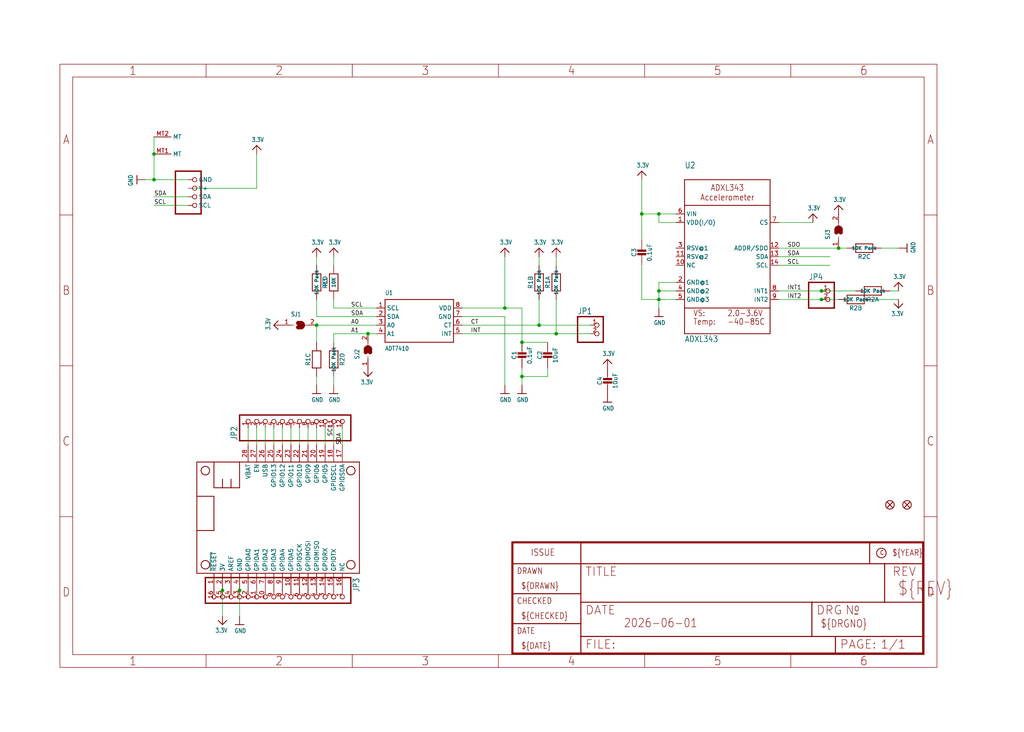
<source format=kicad_sch>
(kicad_sch (version 20230121) (generator eeschema)
  (paper "User" 303.962 217.322)
  (lib_symbols
    (symbol "working-eagle-import:3.3V" (power)
      (property "Value" "3.3V" (at -1.524 1.016 0))
      (symbol "3.3V_1_0"
        (polyline (pts (xy -1.27 -1.27) (xy 0 0)) (stroke (width 0.254)))
        (polyline (pts (xy 0 0) (xy 1.27 -1.27)) (stroke (width 0.254)))
        (pin power_in line (at 0 -2.54 90) (length 2.54) (name "3.3V") (number "1"))
      )
    )
    (symbol "working-eagle-import:ACCEL_ADXL343"
      (property "Reference" "U" (at -12.7 26.162 0))
      (symbol "ACCEL_ADXL343_1_0"
        (polyline (pts (xy -12.7 -22.86) (xy 12.7 -22.86)) (stroke (width 0.254)))
        (polyline (pts (xy -12.7 -15.24) (xy -12.7 -22.86)) (stroke (width 0.254)))
        (polyline (pts (xy -12.7 -15.24) (xy -12.7 15.24)) (stroke (width 0.254)))
        (polyline (pts (xy -12.7 15.24) (xy 12.7 15.24)) (stroke (width 0.254)))
        (polyline (pts (xy -12.7 22.86) (xy -12.7 15.24)) (stroke (width 0.254)))
        (polyline (pts (xy -12.7 22.86) (xy 12.7 22.86)) (stroke (width 0.254)))
        (polyline (pts (xy 12.7 -15.24) (xy -12.7 -15.24)) (stroke (width 0.254)))
        (polyline (pts (xy 12.7 -15.24) (xy 12.7 -22.86)) (stroke (width 0.254)))
        (polyline (pts (xy 12.7 15.24) (xy 12.7 -15.24)) (stroke (width 0.254)))
        (polyline (pts (xy 12.7 22.86) (xy 12.7 15.24)) (stroke (width 0.254)))
        (text "-40-85C" (at 0 -20.32 0) (effects (font (size 1.778 1.5113)) (justify left bottom)))
        (text "2.0-3.6V" (at 0 -17.78 0) (effects (font (size 1.778 1.5113)) (justify left bottom)))
        (text "ADXL343\nAccelerometer" (at 0 19.05 0) (effects (font (size 1.778 1.5113))))
        (text "Temp:" (at -10.16 -20.32 0) (effects (font (size 1.778 1.5113)) (justify left bottom)))
        (text "VS:" (at -10.16 -17.78 0) (effects (font (size 1.778 1.5113)) (justify left bottom)))
        (pin bidirectional line (at -15.24 10.16 0) (length 2.54) (name "VDD(I/O)") (number "1"))
        (pin bidirectional line (at -15.24 -2.54 0) (length 2.54) (name "NC") (number "10"))
        (pin bidirectional line (at -15.24 0 0) (length 2.54) (name "RSV@2") (number "11"))
        (pin bidirectional line (at 15.24 2.54 180) (length 2.54) (name "ADDR/SDO") (number "12"))
        (pin bidirectional line (at 15.24 0 180) (length 2.54) (name "SDA") (number "13"))
        (pin bidirectional line (at 15.24 -2.54 180) (length 2.54) (name "SCL") (number "14"))
        (pin bidirectional line (at -15.24 -7.62 0) (length 2.54) (name "GND@1") (number "2"))
        (pin bidirectional line (at -15.24 2.54 0) (length 2.54) (name "RSV@1") (number "3"))
        (pin bidirectional line (at -15.24 -10.16 0) (length 2.54) (name "GND@2") (number "4"))
        (pin bidirectional line (at -15.24 -12.7 0) (length 2.54) (name "GND@3") (number "5"))
        (pin bidirectional line (at -15.24 12.7 0) (length 2.54) (name "VIN") (number "6"))
        (pin bidirectional line (at 15.24 10.16 180) (length 2.54) (name "CS") (number "7"))
        (pin bidirectional line (at 15.24 -10.16 180) (length 2.54) (name "INT1") (number "8"))
        (pin bidirectional line (at 15.24 -12.7 180) (length 2.54) (name "INT2") (number "9"))
      )
    )
    (symbol "working-eagle-import:CAP_CERAMIC0603_NO"
      (property "Reference" "C" (at -2.29 1.25 90))
      (symbol "CAP_CERAMIC0603_NO_1_0"
        (rectangle (start -1.27 0.508) (end 1.27 1.016) (fill (type outline)))
        (rectangle (start -1.27 1.524) (end 1.27 2.032) (fill (type outline)))
        (polyline (pts (xy 0 0.762) (xy 0 0)) (stroke (width 0.1524)))
        (polyline (pts (xy 0 2.54) (xy 0 1.778)) (stroke (width 0.1524)))
        (pin passive line (at 0 5.08 270) (length 2.54) (name "1") (number "1"))
        (pin passive line (at 0 -2.54 90) (length 2.54) (name "2") (number "2"))
      )
    )
    (symbol "working-eagle-import:CAP_CERAMIC0805-NOOUTLINE"
      (property "Reference" "C" (at -2.29 1.25 90))
      (symbol "CAP_CERAMIC0805-NOOUTLINE_1_0"
        (rectangle (start -1.27 0.508) (end 1.27 1.016) (fill (type outline)))
        (rectangle (start -1.27 1.524) (end 1.27 2.032) (fill (type outline)))
        (polyline (pts (xy 0 0.762) (xy 0 0)) (stroke (width 0.1524)))
        (polyline (pts (xy 0 2.54) (xy 0 1.778)) (stroke (width 0.1524)))
        (pin passive line (at 0 5.08 270) (length 2.54) (name "1") (number "1"))
        (pin passive line (at 0 -2.54 90) (length 2.54) (name "2") (number "2"))
      )
    )
    (symbol "working-eagle-import:FEATHERWING_NODIM"
      (symbol "FEATHERWING_NODIM_1_0"
        (polyline (pts (xy 0 0) (xy 48.26 0)) (stroke (width 0.254)))
        (polyline (pts (xy 0 12.7) (xy 0 0)) (stroke (width 0.254)))
        (polyline (pts (xy 0 22.86) (xy 0 12.7)) (stroke (width 0.254)))
        (polyline (pts (xy 0 22.86) (xy 5.08 22.86)) (stroke (width 0.254)))
        (polyline (pts (xy 0 33.02) (xy 0 22.86)) (stroke (width 0.254)))
        (polyline (pts (xy 5.08 12.7) (xy 0 12.7)) (stroke (width 0.254)))
        (polyline (pts (xy 5.08 22.86) (xy 5.08 12.7)) (stroke (width 0.254)))
        (polyline (pts (xy 5.08 25.4) (xy 7.62 25.4)) (stroke (width 0.254)))
        (polyline (pts (xy 5.08 33.02) (xy 0 33.02)) (stroke (width 0.254)))
        (polyline (pts (xy 5.08 33.02) (xy 5.08 25.4)) (stroke (width 0.254)))
        (polyline (pts (xy 7.62 25.4) (xy 10.16 25.4)) (stroke (width 0.254)))
        (polyline (pts (xy 7.62 27.94) (xy 7.62 25.4)) (stroke (width 0.254)))
        (polyline (pts (xy 10.16 25.4) (xy 12.7 25.4)) (stroke (width 0.254)))
        (polyline (pts (xy 10.16 27.94) (xy 10.16 25.4)) (stroke (width 0.254)))
        (polyline (pts (xy 12.7 25.4) (xy 12.7 33.02)) (stroke (width 0.254)))
        (polyline (pts (xy 12.7 33.02) (xy 5.08 33.02)) (stroke (width 0.254)))
        (polyline (pts (xy 48.26 0) (xy 48.26 33.02)) (stroke (width 0.254)))
        (polyline (pts (xy 48.26 33.02) (xy 12.7 33.02)) (stroke (width 0.254)))
        (circle (center 2.54 2.54) (radius 1.27) (stroke (width 0.254)))
        (circle (center 2.54 30.48) (radius 1.27) (stroke (width 0.254)))
        (circle (center 45.72 2.54) (radius 1.27) (stroke (width 0.254)))
        (circle (center 45.72 30.48) (radius 1.27) (stroke (width 0.254)))
        (pin input line (at 5.08 -5.08 90) (length 5.08) (name "~{RESET}") (number "1"))
        (pin bidirectional line (at 27.94 -5.08 90) (length 5.08) (name "GPIOA5") (number "10"))
        (pin bidirectional line (at 30.48 -5.08 90) (length 5.08) (name "GPIOSCK") (number "11"))
        (pin bidirectional line (at 33.02 -5.08 90) (length 5.08) (name "GPIOMOSI") (number "12"))
        (pin bidirectional line (at 35.56 -5.08 90) (length 5.08) (name "GPIOMISO") (number "13"))
        (pin bidirectional line (at 38.1 -5.08 90) (length 5.08) (name "GPIORX") (number "14"))
        (pin bidirectional line (at 40.64 -5.08 90) (length 5.08) (name "GPIOTX") (number "15"))
        (pin passive line (at 43.18 -5.08 90) (length 5.08) (name "NC") (number "16"))
        (pin bidirectional line (at 43.18 38.1 270) (length 5.08) (name "GPIOSDA") (number "17"))
        (pin bidirectional line (at 40.64 38.1 270) (length 5.08) (name "GPIOSCL") (number "18"))
        (pin bidirectional line (at 38.1 38.1 270) (length 5.08) (name "GPIO5") (number "19"))
        (pin power_in line (at 7.62 -5.08 90) (length 5.08) (name "3V") (number "2"))
        (pin bidirectional line (at 35.56 38.1 270) (length 5.08) (name "GPIO6") (number "20"))
        (pin bidirectional line (at 33.02 38.1 270) (length 5.08) (name "GPIO9") (number "21"))
        (pin bidirectional line (at 30.48 38.1 270) (length 5.08) (name "GPIO10") (number "22"))
        (pin bidirectional line (at 27.94 38.1 270) (length 5.08) (name "GPIO11") (number "23"))
        (pin bidirectional line (at 25.4 38.1 270) (length 5.08) (name "GPIO12") (number "24"))
        (pin bidirectional line (at 22.86 38.1 270) (length 5.08) (name "GPIO13") (number "25"))
        (pin power_in line (at 20.32 38.1 270) (length 5.08) (name "USB") (number "26"))
        (pin passive line (at 17.78 38.1 270) (length 5.08) (name "EN") (number "27"))
        (pin power_in line (at 15.24 38.1 270) (length 5.08) (name "VBAT") (number "28"))
        (pin passive line (at 10.16 -5.08 90) (length 5.08) (name "AREF") (number "3"))
        (pin power_in line (at 12.7 -5.08 90) (length 5.08) (name "GND") (number "4"))
        (pin bidirectional line (at 15.24 -5.08 90) (length 5.08) (name "GPIOA0") (number "5"))
        (pin bidirectional line (at 17.78 -5.08 90) (length 5.08) (name "GPIOA1") (number "6"))
        (pin bidirectional line (at 20.32 -5.08 90) (length 5.08) (name "GPIOA2") (number "7"))
        (pin bidirectional line (at 22.86 -5.08 90) (length 5.08) (name "GPIOA3") (number "8"))
        (pin bidirectional line (at 25.4 -5.08 90) (length 5.08) (name "GPIOA4") (number "9"))
      )
    )
    (symbol "working-eagle-import:FIDUCIAL_1MM"
      (symbol "FIDUCIAL_1MM_1_0"
        (polyline (pts (xy -0.762 0.762) (xy 0.762 -0.762)) (stroke (width 0.254)))
        (polyline (pts (xy 0.762 0.762) (xy -0.762 -0.762)) (stroke (width 0.254)))
        (circle (center 0 0) (radius 1.27) (stroke (width 0.254)))
      )
    )
    (symbol "working-eagle-import:FRAME_A4"
      (symbol "FRAME_A4_1_0"
        (polyline (pts (xy 0 44.7675) (xy 3.81 44.7675)))
        (polyline (pts (xy 0 89.535) (xy 3.81 89.535)))
        (polyline (pts (xy 0 134.3025) (xy 3.81 134.3025)))
        (polyline (pts (xy 3.81 3.81) (xy 3.81 175.26)))
        (polyline (pts (xy 43.3917 0) (xy 43.3917 3.81)))
        (polyline (pts (xy 43.3917 175.26) (xy 43.3917 179.07)))
        (polyline (pts (xy 86.7833 0) (xy 86.7833 3.81)))
        (polyline (pts (xy 86.7833 175.26) (xy 86.7833 179.07)))
        (polyline (pts (xy 130.175 0) (xy 130.175 3.81)))
        (polyline (pts (xy 130.175 175.26) (xy 130.175 179.07)))
        (polyline (pts (xy 173.5667 0) (xy 173.5667 3.81)))
        (polyline (pts (xy 173.5667 175.26) (xy 173.5667 179.07)))
        (polyline (pts (xy 216.9583 0) (xy 216.9583 3.81)))
        (polyline (pts (xy 216.9583 175.26) (xy 216.9583 179.07)))
        (polyline (pts (xy 256.54 3.81) (xy 3.81 3.81)))
        (polyline (pts (xy 256.54 3.81) (xy 256.54 8.89)) (stroke (width 0.1016)))
        (polyline (pts (xy 256.54 3.81) (xy 256.54 175.26)))
        (polyline (pts (xy 256.54 8.89) (xy 256.54 13.97)) (stroke (width 0.1016)))
        (polyline (pts (xy 256.54 13.97) (xy 256.54 19.05)) (stroke (width 0.1016)))
        (polyline (pts (xy 256.54 19.05) (xy 256.54 36.83)) (stroke (width 0.1016)))
        (polyline (pts (xy 256.54 44.7675) (xy 260.35 44.7675)))
        (polyline (pts (xy 256.54 89.535) (xy 260.35 89.535)))
        (polyline (pts (xy 256.54 134.3025) (xy 260.35 134.3025)))
        (polyline (pts (xy 256.54 175.26) (xy 3.81 175.26)))
        (polyline (pts (xy 0 0) (xy 260.35 0) (xy 260.35 179.07) (xy 0 179.07) (xy 0 0)))
        (text "1" (at 21.6958 1.905 0) (effects (font (size 2.54 2.286))))
        (text "1" (at 21.6958 177.165 0) (effects (font (size 2.54 2.286))))
        (text "2" (at 65.0875 1.905 0) (effects (font (size 2.54 2.286))))
        (text "2" (at 65.0875 177.165 0) (effects (font (size 2.54 2.286))))
        (text "3" (at 108.4792 1.905 0) (effects (font (size 2.54 2.286))))
        (text "3" (at 108.4792 177.165 0) (effects (font (size 2.54 2.286))))
        (text "4" (at 151.8708 1.905 0) (effects (font (size 2.54 2.286))))
        (text "4" (at 151.8708 177.165 0) (effects (font (size 2.54 2.286))))
        (text "5" (at 195.2625 1.905 0) (effects (font (size 2.54 2.286))))
        (text "5" (at 195.2625 177.165 0) (effects (font (size 2.54 2.286))))
        (text "6" (at 238.6542 1.905 0) (effects (font (size 2.54 2.286))))
        (text "6" (at 238.6542 177.165 0) (effects (font (size 2.54 2.286))))
        (text "A" (at 1.905 156.6863 0) (effects (font (size 2.54 2.286))))
        (text "A" (at 258.445 156.6863 0) (effects (font (size 2.54 2.286))))
        (text "B" (at 1.905 111.9188 0) (effects (font (size 2.54 2.286))))
        (text "B" (at 258.445 111.9188 0) (effects (font (size 2.54 2.286))))
        (text "C" (at 1.905 67.1513 0) (effects (font (size 2.54 2.286))))
        (text "C" (at 258.445 67.1513 0) (effects (font (size 2.54 2.286))))
        (text "D" (at 1.905 22.3838 0) (effects (font (size 2.54 2.286))))
        (text "D" (at 258.445 22.3838 0) (effects (font (size 2.54 2.286))))
      )
      (symbol "FRAME_A4_2_0"
        (polyline (pts (xy -0.3048 1.5748) (xy 20.0152 1.5748)) (stroke (width 0.6096)))
        (polyline (pts (xy -0.3048 10.4648) (xy -0.3048 1.5748)) (stroke (width 0.6096)))
        (polyline (pts (xy -0.3048 10.4648) (xy 20.0152 10.4648)) (stroke (width 0.3048)))
        (polyline (pts (xy -0.3048 19.3548) (xy -0.3048 10.4648)) (stroke (width 0.6096)))
        (polyline (pts (xy -0.3048 19.3548) (xy 20.0152 19.3548)) (stroke (width 0.3048)))
        (polyline (pts (xy -0.3048 28.2448) (xy -0.3048 19.3548)) (stroke (width 0.6096)))
        (polyline (pts (xy -0.3048 28.2448) (xy 20.0152 28.2448)) (stroke (width 0.3048)))
        (polyline (pts (xy -0.3048 34.5948) (xy -0.3048 28.2448)) (stroke (width 0.6096)))
        (polyline (pts (xy 20.0152 1.5748) (xy 20.0152 6.6548)) (stroke (width 0.3048)))
        (polyline (pts (xy 20.0152 1.5748) (xy 95.5802 1.5748)) (stroke (width 0.6096)))
        (polyline (pts (xy 20.0152 6.6548) (xy 20.0152 10.4648)) (stroke (width 0.3048)))
        (polyline (pts (xy 20.0152 6.6548) (xy 88.5952 6.6548)) (stroke (width 0.3048)))
        (polyline (pts (xy 20.0152 10.4648) (xy 20.0152 16.8148)) (stroke (width 0.3048)))
        (polyline (pts (xy 20.0152 16.8148) (xy 20.0152 19.3548)) (stroke (width 0.3048)))
        (polyline (pts (xy 20.0152 19.3548) (xy 20.0152 28.2448)) (stroke (width 0.3048)))
        (polyline (pts (xy 20.0152 28.2448) (xy 20.0152 34.5948)) (stroke (width 0.3048)))
        (polyline (pts (xy 20.0152 28.2448) (xy 105.7402 28.2448)) (stroke (width 0.3048)))
        (polyline (pts (xy 20.0152 34.5948) (xy -0.3048 34.5948)) (stroke (width 0.6096)))
        (polyline (pts (xy 88.5952 6.6548) (xy 95.5802 6.6548)) (stroke (width 0.3048)))
        (polyline (pts (xy 88.5952 16.8148) (xy 20.0152 16.8148)) (stroke (width 0.3048)))
        (polyline (pts (xy 88.5952 16.8148) (xy 88.5952 6.6548)) (stroke (width 0.3048)))
        (polyline (pts (xy 95.5802 1.5748) (xy 121.6152 1.5748)) (stroke (width 0.6096)))
        (polyline (pts (xy 95.5802 6.6548) (xy 95.5802 1.5748)) (stroke (width 0.3048)))
        (polyline (pts (xy 95.5802 6.6548) (xy 121.6152 6.6548)) (stroke (width 0.3048)))
        (polyline (pts (xy 101.2952 13.3223) (xy 102.2477 13.3223)) (stroke (width 0.254)))
        (polyline (pts (xy 105.7402 28.2448) (xy 105.7402 34.5948)) (stroke (width 0.3048)))
        (polyline (pts (xy 105.7402 28.2448) (xy 110.1852 28.2448)) (stroke (width 0.3048)))
        (polyline (pts (xy 105.7402 34.5948) (xy 20.0152 34.5948)) (stroke (width 0.6096)))
        (polyline (pts (xy 110.1852 16.8148) (xy 88.5952 16.8148)) (stroke (width 0.3048)))
        (polyline (pts (xy 110.1852 28.2448) (xy 110.1852 16.8148)) (stroke (width 0.3048)))
        (polyline (pts (xy 110.1852 28.2448) (xy 121.6152 28.2448)) (stroke (width 0.3048)))
        (polyline (pts (xy 121.6152 6.6548) (xy 121.6152 1.5748)) (stroke (width 0.6096)))
        (polyline (pts (xy 121.6152 16.8148) (xy 110.1852 16.8148)) (stroke (width 0.3048)))
        (polyline (pts (xy 121.6152 16.8148) (xy 121.6152 6.6548)) (stroke (width 0.6096)))
        (polyline (pts (xy 121.6152 28.2448) (xy 121.6152 16.8148)) (stroke (width 0.6096)))
        (polyline (pts (xy 121.6152 34.5948) (xy 105.7402 34.5948)) (stroke (width 0.6096)))
        (polyline (pts (xy 121.6152 34.5948) (xy 121.6152 28.2448)) (stroke (width 0.6096)))
        (circle (center 109.2327 31.4198) (radius 1.4199) (stroke (width 0.254)))
        (text "${#}/${##}" (at 108.9152 2.8448 0) (effects (font (size 2.54 2.54)) (justify left bottom)))
        (text "${CHECKED}" (at 2.2352 11.7348 0) (effects (font (size 1.778 1.5113)) (justify left bottom)))
        (text "${COMPANY}" (at 23.349 29.6735 0) (effects (font (size 3.175 2.6987) (thickness 0.5397) bold) (justify left bottom)))
        (text "${CURRENT_DATE}" (at 32.7152 9.1948 0) (effects (font (size 2.54 2.159)) (justify left bottom)))
        (text "${DATE}" (at 2.2352 2.8448 0) (effects (font (size 1.778 1.5113)) (justify left bottom)))
        (text "${DRAWN}" (at 2.2352 20.6248 0) (effects (font (size 1.778 1.5113)) (justify left bottom)))
        (text "${DRGNO}" (at 91.1352 9.1948 0) (effects (font (size 2.1844 1.8567)) (justify left bottom)))
        (text "${PROJECTNAME}" (at 33.0327 2.8448 0) (effects (font (size 2.54 2.159)) (justify left bottom)))
        (text "${REV}" (at 113.9952 18.7198 0) (effects (font (size 3.81 3.2385)) (justify left bottom)))
        (text "${YEAR}" (at 112.4077 30.4673 0) (effects (font (size 1.778 1.5113)) (justify left bottom)))
        (text "C" (at 108.7564 30.7848 0) (effects (font (size 1.27 1.0795)) (justify left bottom)))
        (text "CHECKED" (at 0.9652 16.1798 0) (effects (font (size 1.778 1.5113)) (justify left bottom)))
        (text "DATE" (at 0.9652 7.2898 0) (effects (font (size 1.778 1.5113)) (justify left bottom)))
        (text "DATE" (at 21.2852 13.0048 0) (effects (font (size 2.54 2.54)) (justify left bottom)))
        (text "DRAWN" (at 0.9652 25.0698 0) (effects (font (size 1.778 1.5113)) (justify left bottom)))
        (text "DRG" (at 89.8652 13.0048 0) (effects (font (size 2.54 2.54)) (justify left bottom)))
        (text "FILE:" (at 21.2852 2.8448 0) (effects (font (size 2.54 2.54)) (justify left bottom)))
        (text "ISSUE" (at 5.0927 30.4673 0) (effects (font (size 1.9304 1.6408)) (justify left bottom)))
        (text "N" (at 98.4377 13.0048 0) (effects (font (size 2.54 2.54)) (justify left bottom)))
        (text "o" (at 100.9777 13.9573 0) (effects (font (size 2.1844 1.8567)) (justify left bottom)))
        (text "PAGE:" (at 96.8502 2.8448 0) (effects (font (size 2.54 2.54)) (justify left bottom)))
        (text "REV" (at 112.4077 24.4348 0) (effects (font (size 2.54 2.54)) (justify left bottom)))
        (text "TITLE" (at 21.2852 24.4348 0) (effects (font (size 2.54 2.54)) (justify left bottom)))
      )
    )
    (symbol "working-eagle-import:GND" (power)
      (property "Value" "GND" (at -1.524 -2.54 0))
      (symbol "GND_1_0"
        (polyline (pts (xy -1.27 0) (xy 1.27 0)) (stroke (width 0.254)))
        (pin power_in line (at 0 2.54 270) (length 2.54) (name "GND") (number "1"))
      )
    )
    (symbol "working-eagle-import:HEADER-1X1276MIL"
      (property "Reference" "JP" (at -6.35 18.415 0))
      (symbol "HEADER-1X1276MIL_1_0"
        (polyline (pts (xy -6.35 -15.24) (xy 1.27 -15.24)) (stroke (width 0.4064)))
        (polyline (pts (xy -6.35 17.78) (xy -6.35 -15.24)) (stroke (width 0.4064)))
        (polyline (pts (xy 1.27 -15.24) (xy 1.27 17.78)) (stroke (width 0.4064)))
        (polyline (pts (xy 1.27 17.78) (xy -6.35 17.78)) (stroke (width 0.4064)))
        (pin passive inverted (at -2.54 15.24 0) (length 2.54) (name "1") (number "1"))
        (pin passive inverted (at -2.54 -7.62 0) (length 2.54) (name "10") (number "10"))
        (pin passive inverted (at -2.54 -10.16 0) (length 2.54) (name "11") (number "11"))
        (pin passive inverted (at -2.54 -12.7 0) (length 2.54) (name "12") (number "12"))
        (pin passive inverted (at -2.54 12.7 0) (length 2.54) (name "2") (number "2"))
        (pin passive inverted (at -2.54 10.16 0) (length 2.54) (name "3") (number "3"))
        (pin passive inverted (at -2.54 7.62 0) (length 2.54) (name "4") (number "4"))
        (pin passive inverted (at -2.54 5.08 0) (length 2.54) (name "5") (number "5"))
        (pin passive inverted (at -2.54 2.54 0) (length 2.54) (name "6") (number "6"))
        (pin passive inverted (at -2.54 0 0) (length 2.54) (name "7") (number "7"))
        (pin passive inverted (at -2.54 -2.54 0) (length 2.54) (name "8") (number "8"))
        (pin passive inverted (at -2.54 -5.08 0) (length 2.54) (name "9") (number "9"))
      )
    )
    (symbol "working-eagle-import:HEADER-1X16_76MIL"
      (property "Reference" "JP" (at -6.35 20.955 0))
      (symbol "HEADER-1X16_76MIL_1_0"
        (polyline (pts (xy -6.35 -22.86) (xy 1.27 -22.86)) (stroke (width 0.4064)))
        (polyline (pts (xy -6.35 20.32) (xy -6.35 -22.86)) (stroke (width 0.4064)))
        (polyline (pts (xy 1.27 -22.86) (xy 1.27 20.32)) (stroke (width 0.4064)))
        (polyline (pts (xy 1.27 20.32) (xy -6.35 20.32)) (stroke (width 0.4064)))
        (pin passive inverted (at -2.54 17.78 0) (length 2.54) (name "1") (number "1"))
        (pin passive inverted (at -2.54 -5.08 0) (length 2.54) (name "10") (number "10"))
        (pin passive inverted (at -2.54 -7.62 0) (length 2.54) (name "11") (number "11"))
        (pin passive inverted (at -2.54 -10.16 0) (length 2.54) (name "12") (number "12"))
        (pin passive inverted (at -2.54 -12.7 0) (length 2.54) (name "13") (number "13"))
        (pin passive inverted (at -2.54 -15.24 0) (length 2.54) (name "14") (number "14"))
        (pin passive inverted (at -2.54 -17.78 0) (length 2.54) (name "15") (number "15"))
        (pin passive inverted (at -2.54 -20.32 0) (length 2.54) (name "16") (number "16"))
        (pin passive inverted (at -2.54 15.24 0) (length 2.54) (name "2") (number "2"))
        (pin passive inverted (at -2.54 12.7 0) (length 2.54) (name "3") (number "3"))
        (pin passive inverted (at -2.54 10.16 0) (length 2.54) (name "4") (number "4"))
        (pin passive inverted (at -2.54 7.62 0) (length 2.54) (name "5") (number "5"))
        (pin passive inverted (at -2.54 5.08 0) (length 2.54) (name "6") (number "6"))
        (pin passive inverted (at -2.54 2.54 0) (length 2.54) (name "7") (number "7"))
        (pin passive inverted (at -2.54 0 0) (length 2.54) (name "8") (number "8"))
        (pin passive inverted (at -2.54 -2.54 0) (length 2.54) (name "9") (number "9"))
      )
    )
    (symbol "working-eagle-import:HEADER-1X2ROUND"
      (property "Reference" "JP" (at -6.35 5.715 0))
      (symbol "HEADER-1X2ROUND_1_0"
        (polyline (pts (xy -6.35 -2.54) (xy 1.27 -2.54)) (stroke (width 0.4064)))
        (polyline (pts (xy -6.35 5.08) (xy -6.35 -2.54)) (stroke (width 0.4064)))
        (polyline (pts (xy 1.27 -2.54) (xy 1.27 5.08)) (stroke (width 0.4064)))
        (polyline (pts (xy 1.27 5.08) (xy -6.35 5.08)) (stroke (width 0.4064)))
        (pin passive inverted (at -2.54 2.54 0) (length 2.54) (name "1") (number "1"))
        (pin passive inverted (at -2.54 0 0) (length 2.54) (name "2") (number "2"))
      )
    )
    (symbol "working-eagle-import:RESISTOR_0603_NOOUT"
      (property "Reference" "R" (at 0 2.54 0))
      (symbol "RESISTOR_0603_NOOUT_1_0"
        (polyline (pts (xy -2.54 -1.27) (xy -2.54 1.27)) (stroke (width 0.254)))
        (polyline (pts (xy -2.54 1.27) (xy 2.54 1.27)) (stroke (width 0.254)))
        (polyline (pts (xy 2.54 -1.27) (xy -2.54 -1.27)) (stroke (width 0.254)))
        (polyline (pts (xy 2.54 1.27) (xy 2.54 -1.27)) (stroke (width 0.254)))
        (pin passive line (at -5.08 0 0) (length 2.54) (name "1") (number "1"))
        (pin passive line (at 5.08 0 180) (length 2.54) (name "2") (number "2"))
      )
    )
    (symbol "working-eagle-import:RESISTOR_4PACK"
      (property "Reference" "R" (at 0 2.54 0))
      (symbol "RESISTOR_4PACK_1_0"
        (polyline (pts (xy -2.54 -1.27) (xy -2.54 1.27)) (stroke (width 0.254)))
        (polyline (pts (xy -2.54 1.27) (xy 2.54 1.27)) (stroke (width 0.254)))
        (polyline (pts (xy 2.54 -1.27) (xy -2.54 -1.27)) (stroke (width 0.254)))
        (polyline (pts (xy 2.54 1.27) (xy 2.54 -1.27)) (stroke (width 0.254)))
        (pin passive line (at -5.08 0 0) (length 2.54) (name "1") (number "1"))
        (pin passive line (at 5.08 0 180) (length 2.54) (name "2") (number "8"))
      )
      (symbol "RESISTOR_4PACK_2_0"
        (polyline (pts (xy -2.54 -1.27) (xy -2.54 1.27)) (stroke (width 0.254)))
        (polyline (pts (xy -2.54 1.27) (xy 2.54 1.27)) (stroke (width 0.254)))
        (polyline (pts (xy 2.54 -1.27) (xy -2.54 -1.27)) (stroke (width 0.254)))
        (polyline (pts (xy 2.54 1.27) (xy 2.54 -1.27)) (stroke (width 0.254)))
        (pin passive line (at -5.08 0 0) (length 2.54) (name "1") (number "2"))
        (pin passive line (at 5.08 0 180) (length 2.54) (name "2") (number "7"))
      )
      (symbol "RESISTOR_4PACK_3_0"
        (polyline (pts (xy -2.54 -1.27) (xy -2.54 1.27)) (stroke (width 0.254)))
        (polyline (pts (xy -2.54 1.27) (xy 2.54 1.27)) (stroke (width 0.254)))
        (polyline (pts (xy 2.54 -1.27) (xy -2.54 -1.27)) (stroke (width 0.254)))
        (polyline (pts (xy 2.54 1.27) (xy 2.54 -1.27)) (stroke (width 0.254)))
        (pin passive line (at -5.08 0 0) (length 2.54) (name "1") (number "3"))
        (pin passive line (at 5.08 0 180) (length 2.54) (name "2") (number "6"))
      )
      (symbol "RESISTOR_4PACK_4_0"
        (polyline (pts (xy -2.54 -1.27) (xy -2.54 1.27)) (stroke (width 0.254)))
        (polyline (pts (xy -2.54 1.27) (xy 2.54 1.27)) (stroke (width 0.254)))
        (polyline (pts (xy 2.54 -1.27) (xy -2.54 -1.27)) (stroke (width 0.254)))
        (polyline (pts (xy 2.54 1.27) (xy 2.54 -1.27)) (stroke (width 0.254)))
        (pin passive line (at -5.08 0 0) (length 2.54) (name "1") (number "4"))
        (pin passive line (at 5.08 0 180) (length 2.54) (name "2") (number "5"))
      )
    )
    (symbol "working-eagle-import:SOLDERJUMPER"
      (property "Reference" "SJ" (at -2.54 2.54 0))
      (symbol "SOLDERJUMPER_1_0"
        (arc (start -0.381 -0.635) (mid 0.2541 -0.0001) (end -0.3808 0.635) (stroke (width 1.27)))
        (polyline (pts (xy -2.54 0) (xy -1.651 0)) (stroke (width 0.1524)))
        (polyline (pts (xy 2.54 0) (xy 1.651 0)) (stroke (width 0.1524)))
        (arc (start 0.3808 -0.635) (mid 1.0132 -0.0001) (end 0.381 0.635) (stroke (width 1.27)))
        (pin passive line (at -5.08 0 0) (length 2.54) (name "1") (number "1"))
        (pin passive line (at 5.08 0 180) (length 2.54) (name "2") (number "2"))
      )
    )
    (symbol "working-eagle-import:STEMMA_I2C_QT"
      (symbol "STEMMA_I2C_QT_1_0"
        (polyline (pts (xy -3.81 -5.08) (xy 3.81 -5.08)) (stroke (width 0.4064)))
        (polyline (pts (xy -3.81 7.62) (xy -3.81 -5.08)) (stroke (width 0.4064)))
        (polyline (pts (xy 3.81 -5.08) (xy 3.81 7.62)) (stroke (width 0.4064)))
        (polyline (pts (xy 3.81 7.62) (xy -3.81 7.62)) (stroke (width 0.4064)))
        (pin passive inverted (at 0 5.08 0) (length 2.54) (name "GND") (number "1"))
        (pin passive inverted (at 0 2.54 0) (length 2.54) (name "V+") (number "2"))
        (pin passive inverted (at 0 0 0) (length 2.54) (name "SDA") (number "3"))
        (pin passive inverted (at 0 -2.54 0) (length 2.54) (name "SCL") (number "4"))
      )
      (symbol "STEMMA_I2C_QT_2_0"
        (pin bidirectional line (at 0 0 0) (length 5.08) (name "MT") (number "MT1"))
      )
      (symbol "STEMMA_I2C_QT_3_0"
        (pin bidirectional line (at 0 0 0) (length 5.08) (name "MT") (number "MT2"))
      )
    )
    (symbol "working-eagle-import:TEMP_ADT7410"
      (property "Reference" "U" (at -10.16 8.89 0))
      (symbol "TEMP_ADT7410_1_0"
        (polyline (pts (xy -10.16 -5.08) (xy -10.16 7.62)) (stroke (width 0.254)))
        (polyline (pts (xy -10.16 7.62) (xy 10.16 7.62)) (stroke (width 0.254)))
        (polyline (pts (xy 10.16 -5.08) (xy -10.16 -5.08)) (stroke (width 0.254)))
        (polyline (pts (xy 10.16 7.62) (xy 10.16 -5.08)) (stroke (width 0.254)))
        (pin bidirectional line (at -12.7 5.08 0) (length 2.54) (name "SCL") (number "1"))
        (pin bidirectional line (at -12.7 2.54 0) (length 2.54) (name "SDA") (number "2"))
        (pin bidirectional line (at -12.7 0 0) (length 2.54) (name "A0") (number "3"))
        (pin bidirectional line (at -12.7 -2.54 0) (length 2.54) (name "A1") (number "4"))
        (pin bidirectional line (at 12.7 -2.54 180) (length 2.54) (name "INT") (number "5"))
        (pin bidirectional line (at 12.7 0 180) (length 2.54) (name "CT") (number "6"))
        (pin power_in line (at 12.7 2.54 180) (length 2.54) (name "GND") (number "7"))
        (pin power_in line (at 12.7 5.08 180) (length 2.54) (name "VDD") (number "8"))
      )
    )
  )
  (junction (at 109.22 99.06))
  (junction (at 93.98 96.52))
  (junction (at 71.12 175.26))
  (junction (at 195.58 86.36))
  (junction (at 195.58 88.9))
  (junction (at 154.94 111.76))
  (junction (at 45.72 45.72))
  (junction (at 45.72 53.34))
  (junction (at 195.58 63.5))
  (junction (at 248.92 73.66))
  (junction (at 165.1 99.06))
  (junction (at 66.04 175.26))
  (junction (at 160.02 96.52))
  (junction (at 149.86 91.44))
  (junction (at 243.84 86.36))
  (junction (at 154.94 101.6))
  (junction (at 190.5 63.5))
  (junction (at 243.84 88.9))
  (wire (pts (xy 45.72 45.72) (xy 45.72 40.64)) (stroke (width 0.1524)))
  (wire (pts (xy 266.7 86.36) (xy 264.16 86.36)) (stroke (width 0.1524)))
  (wire (pts (xy 231.14 88.9) (xy 243.84 88.9)) (stroke (width 0.1524)))
  (wire (pts (xy 109.22 99.06) (xy 99.06 99.06)) (stroke (width 0.1524)))
  (wire (pts (xy 200.66 86.36) (xy 195.58 86.36)) (stroke (width 0.1524)))
  (wire (pts (xy 55.88 55.88) (xy 76.2 55.88)) (stroke (width 0.1524)))
  (wire (pts (xy 55.88 58.42) (xy 45.72 58.42)) (stroke (width 0.1524)))
  (wire (pts (xy 261.62 73.66) (xy 266.7 73.66)) (stroke (width 0.1524)))
  (wire (pts (xy 45.72 53.34) (xy 45.72 45.72)) (stroke (width 0.1524)))
  (wire (pts (xy 43.18 53.34) (xy 45.72 53.34)) (stroke (width 0.1524)))
  (wire (pts (xy 45.72 60.96) (xy 55.88 60.96)) (stroke (width 0.1524)))
  (wire (pts (xy 111.76 99.06) (xy 109.22 99.06)) (stroke (width 0.1524)))
  (wire (pts (xy 243.84 86.36) (xy 254 86.36)) (stroke (width 0.1524)))
  (wire (pts (xy 160.02 78.74) (xy 160.02 76.2)) (stroke (width 0.1524)))
  (wire (pts (xy 243.84 88.9) (xy 248.92 88.9)) (stroke (width 0.1524)))
  (wire (pts (xy 66.04 182.88) (xy 66.04 175.26)) (stroke (width 0.1524)))
  (wire (pts (xy 83.82 127) (xy 83.82 132.08)) (stroke (width 0.1524)))
  (wire (pts (xy 162.56 101.6) (xy 154.94 101.6)) (stroke (width 0.1524)))
  (wire (pts (xy 149.86 91.44) (xy 154.94 91.44)) (stroke (width 0.1524)))
  (wire (pts (xy 160.02 96.52) (xy 160.02 88.9)) (stroke (width 0.1524)))
  (wire (pts (xy 111.76 91.44) (xy 99.06 91.44)) (stroke (width 0.1524)))
  (wire (pts (xy 175.26 96.52) (xy 160.02 96.52)) (stroke (width 0.1524)))
  (wire (pts (xy 76.2 127) (xy 76.2 132.08)) (stroke (width 0.1524)))
  (wire (pts (xy 195.58 66.04) (xy 195.58 63.5)) (stroke (width 0.1524)))
  (wire (pts (xy 111.76 93.98) (xy 93.98 93.98)) (stroke (width 0.1524)))
  (wire (pts (xy 93.98 78.74) (xy 93.98 76.2)) (stroke (width 0.1524)))
  (wire (pts (xy 154.94 109.22) (xy 154.94 111.76)) (stroke (width 0.1524)))
  (wire (pts (xy 195.58 83.82) (xy 195.58 86.36)) (stroke (width 0.1524)))
  (wire (pts (xy 154.94 111.76) (xy 162.56 111.76)) (stroke (width 0.1524)))
  (wire (pts (xy 111.76 96.52) (xy 93.98 96.52)) (stroke (width 0.1524)))
  (wire (pts (xy 76.2 55.88) (xy 76.2 45.72)) (stroke (width 0.1524)))
  (wire (pts (xy 73.66 127) (xy 73.66 132.08)) (stroke (width 0.1524)))
  (wire (pts (xy 55.88 53.34) (xy 45.72 53.34)) (stroke (width 0.1524)))
  (wire (pts (xy 93.98 111.76) (xy 93.98 114.3)) (stroke (width 0.1524)))
  (wire (pts (xy 91.44 127) (xy 91.44 132.08)) (stroke (width 0.1524)))
  (wire (pts (xy 231.14 86.36) (xy 243.84 86.36)) (stroke (width 0.1524)))
  (wire (pts (xy 195.58 63.5) (xy 200.66 63.5)) (stroke (width 0.1524)))
  (wire (pts (xy 195.58 86.36) (xy 195.58 88.9)) (stroke (width 0.1524)))
  (wire (pts (xy 96.52 127) (xy 96.52 132.08)) (stroke (width 0.1524)))
  (wire (pts (xy 149.86 93.98) (xy 149.86 114.3)) (stroke (width 0.1524)))
  (wire (pts (xy 190.5 88.9) (xy 190.5 78.74)) (stroke (width 0.1524)))
  (wire (pts (xy 241.3 66.04) (xy 231.14 66.04)) (stroke (width 0.1524)))
  (wire (pts (xy 165.1 99.06) (xy 165.1 88.9)) (stroke (width 0.1524)))
  (wire (pts (xy 200.66 88.9) (xy 195.58 88.9)) (stroke (width 0.1524)))
  (wire (pts (xy 86.36 127) (xy 86.36 132.08)) (stroke (width 0.1524)))
  (wire (pts (xy 137.16 99.06) (xy 165.1 99.06)) (stroke (width 0.1524)))
  (wire (pts (xy 93.98 127) (xy 93.98 132.08)) (stroke (width 0.1524)))
  (wire (pts (xy 93.98 93.98) (xy 93.98 88.9)) (stroke (width 0.1524)))
  (wire (pts (xy 190.5 71.12) (xy 190.5 63.5)) (stroke (width 0.1524)))
  (wire (pts (xy 81.28 127) (xy 81.28 132.08)) (stroke (width 0.1524)))
  (wire (pts (xy 99.06 99.06) (xy 99.06 101.6)) (stroke (width 0.1524)))
  (wire (pts (xy 137.16 91.44) (xy 149.86 91.44)) (stroke (width 0.1524)))
  (wire (pts (xy 88.9 127) (xy 88.9 132.08)) (stroke (width 0.1524)))
  (wire (pts (xy 78.74 127) (xy 78.74 132.08)) (stroke (width 0.1524)))
  (wire (pts (xy 266.7 88.9) (xy 259.08 88.9)) (stroke (width 0.1524)))
  (wire (pts (xy 101.6 127) (xy 101.6 132.08)) (stroke (width 0.1524)))
  (wire (pts (xy 165.1 76.2) (xy 165.1 78.74)) (stroke (width 0.1524)))
  (wire (pts (xy 149.86 91.44) (xy 149.86 76.2)) (stroke (width 0.1524)))
  (wire (pts (xy 137.16 93.98) (xy 149.86 93.98)) (stroke (width 0.1524)))
  (wire (pts (xy 231.14 73.66) (xy 248.92 73.66)) (stroke (width 0.1524)))
  (wire (pts (xy 71.12 175.26) (xy 71.12 182.88)) (stroke (width 0.1524)))
  (wire (pts (xy 231.14 78.74) (xy 246.38 78.74)) (stroke (width 0.1524)))
  (wire (pts (xy 99.06 127) (xy 99.06 132.08)) (stroke (width 0.1524)))
  (wire (pts (xy 195.58 88.9) (xy 190.5 88.9)) (stroke (width 0.1524)))
  (wire (pts (xy 99.06 111.76) (xy 99.06 114.3)) (stroke (width 0.1524)))
  (wire (pts (xy 231.14 76.2) (xy 246.38 76.2)) (stroke (width 0.1524)))
  (wire (pts (xy 190.5 63.5) (xy 190.5 53.34)) (stroke (width 0.1524)))
  (wire (pts (xy 93.98 96.52) (xy 93.98 101.6)) (stroke (width 0.1524)))
  (wire (pts (xy 162.56 111.76) (xy 162.56 109.22)) (stroke (width 0.1524)))
  (wire (pts (xy 200.66 83.82) (xy 195.58 83.82)) (stroke (width 0.1524)))
  (wire (pts (xy 99.06 78.74) (xy 99.06 76.2)) (stroke (width 0.1524)))
  (wire (pts (xy 154.94 111.76) (xy 154.94 114.3)) (stroke (width 0.1524)))
  (wire (pts (xy 99.06 91.44) (xy 99.06 88.9)) (stroke (width 0.1524)))
  (wire (pts (xy 195.58 88.9) (xy 195.58 91.44)) (stroke (width 0.1524)))
  (wire (pts (xy 154.94 91.44) (xy 154.94 101.6)) (stroke (width 0.1524)))
  (wire (pts (xy 165.1 99.06) (xy 175.26 99.06)) (stroke (width 0.1524)))
  (wire (pts (xy 137.16 96.52) (xy 160.02 96.52)) (stroke (width 0.1524)))
  (wire (pts (xy 190.5 63.5) (xy 195.58 63.5)) (stroke (width 0.1524)))
  (wire (pts (xy 248.92 73.66) (xy 251.46 73.66)) (stroke (width 0.1524)))
  (wire (pts (xy 200.66 66.04) (xy 195.58 66.04)) (stroke (width 0.1524)))
  (label "SDA" (at 101.6 132.08 90) (effects (font (size 1.2446 1.2446))))
  (label "SDA" (at 233.68 76.2 0) (effects (font (size 1.2446 1.2446))))
  (label "INT" (at 139.7 99.06 0) (effects (font (size 1.2446 1.2446))))
  (label "SDA" (at 45.72 58.42 0) (effects (font (size 1.2446 1.2446))))
  (label "SCL" (at 104.14 91.44 0) (effects (font (size 1.2446 1.2446))))
  (label "INT2" (at 233.68 88.9 0) (effects (font (size 1.2446 1.2446))))
  (label "INT1" (at 233.68 86.36 0) (effects (font (size 1.2446 1.2446))))
  (label "SDA" (at 104.14 93.98 0) (effects (font (size 1.2446 1.2446))))
  (label "CT" (at 139.7 96.52 0) (effects (font (size 1.2446 1.2446))))
  (label "SDO" (at 233.68 73.66 0) (effects (font (size 1.2446 1.2446))))
  (label "SCL" (at 99.06 129.54 90) (effects (font (size 1.2446 1.2446))))
  (label "A0" (at 104.14 96.52 0) (effects (font (size 1.2446 1.2446))))
  (label "SCL" (at 233.68 78.74 0) (effects (font (size 1.2446 1.2446))))
  (label "A1" (at 104.14 99.06 0) (effects (font (size 1.2446 1.2446))))
  (label "SCL" (at 45.72 60.96 0) (effects (font (size 1.2446 1.2446))))
  (symbol (lib_id "working-eagle-import:3.3V") (at 241.3 63.5 0) (unit 1)
    (property "Reference" "#U$19" (effects hide))
    (property "Value" "3.3V" (at 239.776 62.484 0) (effects (font (size 1.27 1.0795)) (justify left bottom)))
  )
  (symbol (lib_id "working-eagle-import:RESISTOR_4PACK") (at 254 88.9 180) (unit 2)
    (property "Reference" "R2" (at 254 91.44 0))
    (property "Value" "10K Pack" (at 254 88.9 0) (effects (font (size 1.016 1.016) bold)))
    (property "Footprint" "working:RESPACK_4X0603" (effects hide))
  )
  (symbol (lib_id "working-eagle-import:GND") (at 149.86 116.84 0) (unit 1)
    (property "Reference" "#U$10" (effects hide))
    (property "Value" "GND" (at 148.336 119.38 0) (effects (font (size 1.27 1.0795)) (justify left bottom)))
  )
  (symbol (lib_id "working-eagle-import:RESISTOR_4PACK") (at 93.98 83.82 270) (unit 4)
    (property "Reference" "R1" (at 96.52 83.82 0))
    (property "Value" "10K Pack" (at 93.98 83.82 0) (effects (font (size 1.016 1.016) bold)))
    (property "Footprint" "working:RESPACK_4X0603" (effects hide))
  )
  (symbol (lib_id "working-eagle-import:STEMMA_I2C_QT") (at 45.72 45.72 0) (unit 2)
    (property "Reference" "CONN1" (effects hide))
    (property "Value" "STEMMA_I2C_QT" (effects hide))
    (property "Footprint" "working:JST_SH4" (effects hide))
  )
  (symbol (lib_id "working-eagle-import:RESISTOR_4PACK") (at 93.98 106.68 90) (unit 3)
    (property "Reference" "R1" (at 91.44 106.68 0))
    (property "Value" "10K Pack" (effects hide))
    (property "Footprint" "working:RESPACK_4X0603" (effects hide))
  )
  (symbol (lib_id "working-eagle-import:3.3V") (at 160.02 73.66 0) (unit 1)
    (property "Reference" "#U$6" (effects hide))
    (property "Value" "3.3V" (at 158.496 72.644 0) (effects (font (size 1.27 1.0795)) (justify left bottom)))
  )
  (symbol (lib_id "working-eagle-import:3.3V") (at 149.86 73.66 0) (unit 1)
    (property "Reference" "#U$5" (effects hide))
    (property "Value" "3.3V" (at 148.336 72.644 0) (effects (font (size 1.27 1.0795)) (justify left bottom)))
  )
  (symbol (lib_id "working-eagle-import:3.3V") (at 66.04 185.42 180) (unit 1)
    (property "Reference" "#U$2" (effects hide))
    (property "Value" "3.3V" (at 67.564 186.436 0) (effects (font (size 1.27 1.0795)) (justify left bottom)))
  )
  (symbol (lib_id "working-eagle-import:RESISTOR_0603_NOOUT") (at 99.06 83.82 90) (unit 1)
    (property "Reference" "R3" (at 96.52 83.82 0))
    (property "Value" "10K" (at 99.06 83.82 0) (effects (font (size 1.016 1.016) bold)))
    (property "Footprint" "working:0603-NO" (effects hide))
  )
  (symbol (lib_id "working-eagle-import:FIDUCIAL_1MM") (at 264.16 149.86 0) (unit 1)
    (property "Reference" "FID2" (effects hide))
    (property "Value" "FIDUCIAL_1MM" (effects hide))
    (property "Footprint" "working:FIDUCIAL_1MM" (effects hide))
  )
  (symbol (lib_id "working-eagle-import:CAP_CERAMIC0805-NOOUTLINE") (at 162.56 106.68 0) (unit 1)
    (property "Reference" "C2" (at 160.27 105.43 90))
    (property "Value" "10uF" (at 164.86 105.43 90))
    (property "Footprint" "working:0805-NO" (effects hide))
  )
  (symbol (lib_id "working-eagle-import:3.3V") (at 190.5 50.8 0) (unit 1)
    (property "Reference" "#U$18" (effects hide))
    (property "Value" "3.3V" (at 188.976 49.784 0) (effects (font (size 1.27 1.0795)) (justify left bottom)))
  )
  (symbol (lib_id "working-eagle-import:GND") (at 180.34 119.38 0) (unit 1)
    (property "Reference" "#U$27" (effects hide))
    (property "Value" "GND" (at 178.816 121.92 0) (effects (font (size 1.27 1.0795)) (justify left bottom)))
  )
  (symbol (lib_id "working-eagle-import:3.3V") (at 93.98 73.66 0) (unit 1)
    (property "Reference" "#U$8" (effects hide))
    (property "Value" "3.3V" (at 92.456 72.644 0) (effects (font (size 1.27 1.0795)) (justify left bottom)))
  )
  (symbol (lib_id "working-eagle-import:RESISTOR_4PACK") (at 99.06 106.68 270) (unit 4)
    (property "Reference" "R2" (at 101.6 106.68 0))
    (property "Value" "10K Pack" (at 99.06 106.68 0) (effects (font (size 1.016 1.016) bold)))
    (property "Footprint" "working:RESPACK_4X0603" (effects hide))
  )
  (symbol (lib_id "working-eagle-import:CAP_CERAMIC0603_NO") (at 154.94 106.68 0) (unit 1)
    (property "Reference" "C1" (at 152.65 105.43 90))
    (property "Value" "0.1uF" (at 157.24 105.43 90))
    (property "Footprint" "working:0603-NO" (effects hide))
  )
  (symbol (lib_id "working-eagle-import:HEADER-1X1276MIL") (at 88.9 124.46 90) (unit 1)
    (property "Reference" "JP2" (at 70.485 130.81 0) (effects (font (size 1.778 1.5113)) (justify left bottom)))
    (property "Value" "HEADER-1X1276MIL" (effects hide))
    (property "Footprint" "working:1X12_ROUND_76MIL" (effects hide))
  )
  (symbol (lib_id "working-eagle-import:FIDUCIAL_1MM") (at 269.24 149.86 0) (unit 1)
    (property "Reference" "FID1" (effects hide))
    (property "Value" "FIDUCIAL_1MM" (effects hide))
    (property "Footprint" "working:FIDUCIAL_1MM" (effects hide))
  )
  (symbol (lib_id "working-eagle-import:GND") (at 99.06 116.84 0) (unit 1)
    (property "Reference" "#U$14" (effects hide))
    (property "Value" "GND" (at 97.536 119.38 0) (effects (font (size 1.27 1.0795)) (justify left bottom)))
  )
  (symbol (lib_id "working-eagle-import:3.3V") (at 76.2 43.18 0) (unit 1)
    (property "Reference" "#U$16" (effects hide))
    (property "Value" "3.3V" (at 74.676 42.164 0) (effects (font (size 1.27 1.0795)) (justify left bottom)))
  )
  (symbol (lib_id "working-eagle-import:GND") (at 195.58 93.98 0) (unit 1)
    (property "Reference" "#U$4" (effects hide))
    (property "Value" "GND" (at 194.056 96.52 0) (effects (font (size 1.27 1.0795)) (justify left bottom)))
  )
  (symbol (lib_id "working-eagle-import:GND") (at 93.98 116.84 0) (unit 1)
    (property "Reference" "#U$13" (effects hide))
    (property "Value" "GND" (at 92.456 119.38 0) (effects (font (size 1.27 1.0795)) (justify left bottom)))
  )
  (symbol (lib_id "working-eagle-import:3.3V") (at 266.7 91.44 180) (unit 1)
    (property "Reference" "#U$22" (effects hide))
    (property "Value" "3.3V" (at 268.224 92.456 0) (effects (font (size 1.27 1.0795)) (justify left bottom)))
  )
  (symbol (lib_id "working-eagle-import:3.3V") (at 99.06 73.66 0) (unit 1)
    (property "Reference" "#U$9" (effects hide))
    (property "Value" "3.3V" (at 97.536 72.644 0) (effects (font (size 1.27 1.0795)) (justify left bottom)))
  )
  (symbol (lib_id "working-eagle-import:GND") (at 40.64 53.34 270) (unit 1)
    (property "Reference" "#U$25" (effects hide))
    (property "Value" "GND" (at 38.1 51.816 0) (effects (font (size 1.27 1.0795)) (justify left bottom)))
  )
  (symbol (lib_id "working-eagle-import:3.3V") (at 81.28 96.52 90) (unit 1)
    (property "Reference" "#U$11" (effects hide))
    (property "Value" "3.3V" (at 80.264 98.044 0) (effects (font (size 1.27 1.0795)) (justify left bottom)))
  )
  (symbol (lib_id "working-eagle-import:RESISTOR_4PACK") (at 160.02 83.82 90) (unit 2)
    (property "Reference" "R1" (at 157.48 83.82 0))
    (property "Value" "10K Pack" (at 160.02 83.82 0) (effects (font (size 1.016 1.016) bold)))
    (property "Footprint" "working:RESPACK_4X0603" (effects hide))
  )
  (symbol (lib_id "working-eagle-import:RESISTOR_4PACK") (at 165.1 83.82 90) (unit 1)
    (property "Reference" "R1" (at 162.56 83.82 0))
    (property "Value" "10K Pack" (at 165.1 83.82 0) (effects (font (size 1.016 1.016) bold)))
    (property "Footprint" "working:RESPACK_4X0603" (effects hide))
  )
  (symbol (lib_id "working-eagle-import:GND") (at 71.12 185.42 0) (unit 1)
    (property "Reference" "#U$3" (effects hide))
    (property "Value" "GND" (at 69.596 187.96 0) (effects (font (size 1.27 1.0795)) (justify left bottom)))
  )
  (symbol (lib_id "working-eagle-import:3.3V") (at 109.22 111.76 180) (unit 1)
    (property "Reference" "#U$15" (effects hide))
    (property "Value" "3.3V" (at 110.744 112.776 0) (effects (font (size 1.27 1.0795)) (justify left bottom)))
  )
  (symbol (lib_id "working-eagle-import:3.3V") (at 180.34 106.68 0) (unit 1)
    (property "Reference" "#U$26" (effects hide))
    (property "Value" "3.3V" (at 178.816 105.664 0) (effects (font (size 1.27 1.0795)) (justify left bottom)))
  )
  (symbol (lib_id "working-eagle-import:STEMMA_I2C_QT") (at 55.88 58.42 0) (unit 1)
    (property "Reference" "CONN1" (effects hide))
    (property "Value" "STEMMA_I2C_QT" (effects hide))
    (property "Footprint" "working:JST_SH4" (effects hide))
  )
  (symbol (lib_id "working-eagle-import:RESISTOR_4PACK") (at 256.54 73.66 180) (unit 3)
    (property "Reference" "R2" (at 256.54 76.2 0))
    (property "Value" "10K Pack" (at 256.54 73.66 0) (effects (font (size 1.016 1.016) bold)))
    (property "Footprint" "working:RESPACK_4X0603" (effects hide))
  )
  (symbol (lib_id "working-eagle-import:RESISTOR_4PACK") (at 259.08 86.36 180) (unit 1)
    (property "Reference" "R2" (at 259.08 88.9 0))
    (property "Value" "10K Pack" (at 259.08 86.36 0) (effects (font (size 1.016 1.016) bold)))
    (property "Footprint" "working:RESPACK_4X0603" (effects hide))
  )
  (symbol (lib_id "working-eagle-import:SOLDERJUMPER") (at 248.92 68.58 90) (unit 1)
    (property "Reference" "SJ3" (at 246.38 71.12 0) (effects (font (size 1.27 1.0795)) (justify left bottom)))
    (property "Value" "SOLDERJUMPER" (effects hide))
    (property "Footprint" "working:SOLDERJUMPER_ARROW_NOPASTE" (effects hide))
  )
  (symbol (lib_id "working-eagle-import:HEADER-1X2ROUND") (at 177.8 99.06 0) (unit 1)
    (property "Reference" "JP1" (at 171.45 93.345 0) (effects (font (size 1.778 1.5113)) (justify left bottom)))
    (property "Value" "HEADER-1X2ROUND" (effects hide))
    (property "Footprint" "working:1X02_ROUND" (effects hide))
  )
  (symbol (lib_id "working-eagle-import:SOLDERJUMPER") (at 88.9 96.52 0) (unit 1)
    (property "Reference" "SJ1" (at 86.36 93.98 0) (effects (font (size 1.27 1.0795)) (justify left bottom)))
    (property "Value" "SOLDERJUMPER" (effects hide))
    (property "Footprint" "working:SOLDERJUMPER_ARROW_NOPASTE" (effects hide))
  )
  (symbol (lib_id "working-eagle-import:FEATHERWING_NODIM") (at 58.42 170.18 0) (unit 1)
    (property "Reference" "MS1" (effects hide))
    (property "Value" "FEATHERWING_NODIM" (effects hide))
    (property "Footprint" "working:FEATHERWING_NODIM" (effects hide))
  )
  (symbol (lib_id "working-eagle-import:GND") (at 154.94 116.84 0) (unit 1)
    (property "Reference" "#U$12" (effects hide))
    (property "Value" "GND" (at 153.416 119.38 0) (effects (font (size 1.27 1.0795)) (justify left bottom)))
  )
  (symbol (lib_id "working-eagle-import:CAP_CERAMIC0805-NOOUTLINE") (at 180.34 114.3 0) (unit 1)
    (property "Reference" "C4" (at 178.05 113.05 90))
    (property "Value" "10uF" (at 182.64 113.05 90))
    (property "Footprint" "working:0805-NO" (effects hide))
  )
  (symbol (lib_id "working-eagle-import:ACCEL_ADXL343") (at 215.9 76.2 0) (unit 1)
    (property "Reference" "U2" (at 203.2 50.038 0) (effects (font (size 1.778 1.5113)) (justify left bottom)))
    (property "Value" "ADXL343" (at 203.2 101.6 0) (effects (font (size 1.778 1.5113)) (justify left bottom)))
    (property "Footprint" "working:LGA14" (effects hide))
  )
  (symbol (lib_id "working-eagle-import:GND") (at 269.24 73.66 90) (unit 1)
    (property "Reference" "#U$17" (effects hide))
    (property "Value" "GND" (at 271.78 75.184 0) (effects (font (size 1.27 1.0795)) (justify left bottom)))
  )
  (symbol (lib_id "working-eagle-import:HEADER-1X2ROUND") (at 246.38 88.9 0) (unit 1)
    (property "Reference" "JP4" (at 240.03 83.185 0) (effects (font (size 1.778 1.5113)) (justify left bottom)))
    (property "Value" "HEADER-1X2ROUND" (effects hide))
    (property "Footprint" "working:1X02_ROUND" (effects hide))
  )
  (symbol (lib_id "working-eagle-import:FRAME_A4") (at 152.4 195.58 0) (unit 2)
    (property "Reference" "#FRAME1" (effects hide))
    (property "Value" "FRAME_A4" (effects hide))
  )
  (symbol (lib_id "working-eagle-import:HEADER-1X16_76MIL") (at 83.82 177.8 270) (unit 1)
    (property "Reference" "JP3" (at 104.775 171.45 0) (effects (font (size 1.778 1.5113)) (justify left bottom)))
    (property "Value" "HEADER-1X16_76MIL" (effects hide))
    (property "Footprint" "working:1X16_ROUND_76MIL" (effects hide))
  )
  (symbol (lib_id "working-eagle-import:3.3V") (at 266.7 83.82 0) (unit 1)
    (property "Reference" "#U$21" (effects hide))
    (property "Value" "3.3V" (at 265.176 82.804 0) (effects (font (size 1.27 1.0795)) (justify left bottom)))
  )
  (symbol (lib_id "working-eagle-import:FRAME_A4") (at 17.78 198.12 0) (unit 1)
    (property "Reference" "#FRAME1" (effects hide))
    (property "Value" "FRAME_A4" (effects hide))
  )
  (symbol (lib_id "working-eagle-import:SOLDERJUMPER") (at 109.22 104.14 90) (unit 1)
    (property "Reference" "SJ2" (at 106.68 106.68 0) (effects (font (size 1.27 1.0795)) (justify left bottom)))
    (property "Value" "SOLDERJUMPER" (effects hide))
    (property "Footprint" "working:SOLDERJUMPER_ARROW_NOPASTE" (effects hide))
  )
  (symbol (lib_id "working-eagle-import:3.3V") (at 248.92 60.96 0) (unit 1)
    (property "Reference" "#U$20" (effects hide))
    (property "Value" "3.3V" (at 247.396 59.944 0) (effects (font (size 1.27 1.0795)) (justify left bottom)))
  )
  (symbol (lib_id "working-eagle-import:CAP_CERAMIC0603_NO") (at 190.5 76.2 0) (unit 1)
    (property "Reference" "C3" (at 188.21 74.95 90))
    (property "Value" "0.1uF" (at 192.8 74.95 90))
    (property "Footprint" "working:0603-NO" (effects hide))
  )
  (symbol (lib_id "working-eagle-import:3.3V") (at 165.1 73.66 0) (unit 1)
    (property "Reference" "#U$7" (effects hide))
    (property "Value" "3.3V" (at 163.576 72.644 0) (effects (font (size 1.27 1.0795)) (justify left bottom)))
  )
  (symbol (lib_id "working-eagle-import:TEMP_ADT7410") (at 124.46 96.52 0) (unit 1)
    (property "Reference" "U1" (at 114.3 87.63 0) (effects (font (size 1.27 1.0795)) (justify left bottom)))
    (property "Value" "ADT7410" (at 114.3 104.14 0) (effects (font (size 1.27 1.0795)) (justify left bottom)))
    (property "Footprint" "working:SOIC8_150MIL" (effects hide))
  )
  (symbol (lib_id "working-eagle-import:STEMMA_I2C_QT") (at 45.72 40.64 0) (unit 3)
    (property "Reference" "CONN1" (effects hide))
    (property "Value" "STEMMA_I2C_QT" (effects hide))
    (property "Footprint" "working:JST_SH4" (effects hide))
  )
)
</source>
